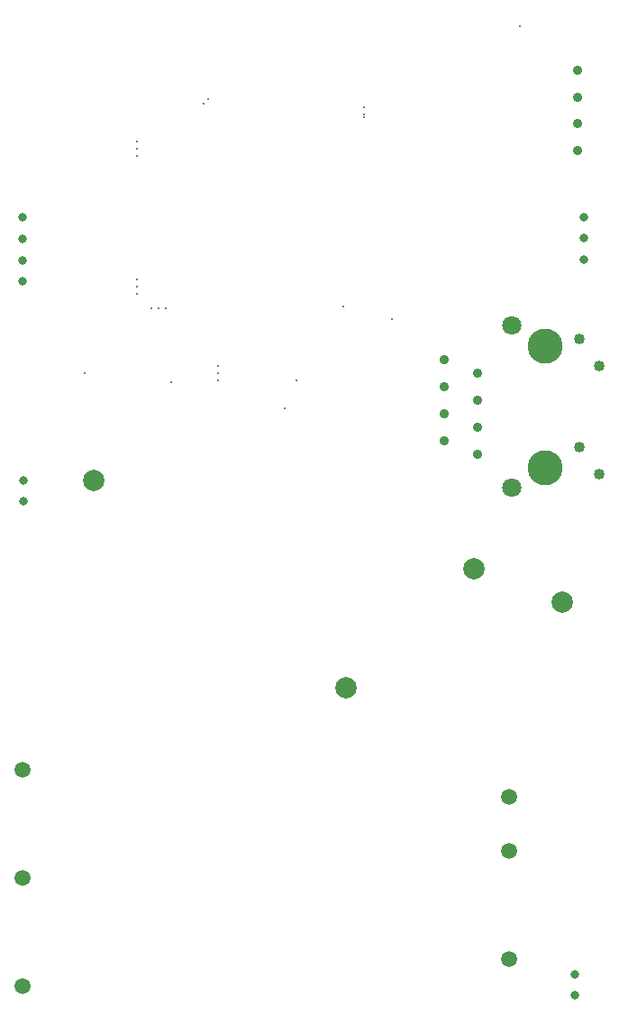
<source format=gbr>
%TF.GenerationSoftware,Altium Limited,Altium Designer,20.1.12 (249)*%
G04 Layer_Color=0*
%FSLAX45Y45*%
%MOMM*%
%TF.SameCoordinates,0418086A-757F-42B6-A3B9-695331E80F4B*%
%TF.FilePolarity,Positive*%
%TF.FileFunction,Plated,1,4,PTH,Drill*%
%TF.Part,Single*%
G01*
G75*
%TA.AperFunction,ComponentDrill*%
%ADD128C,0.80000*%
%ADD129C,1.80000*%
%ADD130C,0.90000*%
%ADD131C,3.30000*%
%ADD132C,1.02000*%
%ADD133C,1.50000*%
%TA.AperFunction,ViaDrill,NotFilled*%
%ADD134C,0.30000*%
%ADD135C,0.20000*%
%ADD136C,2.00000*%
D128*
X412501Y7504999D02*
D03*
Y7704999D02*
D03*
Y7304999D02*
D03*
Y7105000D02*
D03*
X5599999Y599999D02*
D03*
Y399999D02*
D03*
X5685003Y7712502D02*
D03*
Y7312497D02*
D03*
Y7512502D02*
D03*
X419999Y5040000D02*
D03*
Y5240000D02*
D03*
D129*
X5005309Y6689400D02*
D03*
Y5165400D02*
D03*
D130*
X4687809Y5736900D02*
D03*
X4370309Y6117900D02*
D03*
X5627502Y8585002D02*
D03*
Y8834999D02*
D03*
Y9085001D02*
D03*
Y8335000D02*
D03*
X4370309Y6371900D02*
D03*
X4687809Y5482900D02*
D03*
Y6244900D02*
D03*
X4370309Y5609900D02*
D03*
Y5863900D02*
D03*
X4687809Y5990900D02*
D03*
D131*
X5322809Y5355900D02*
D03*
Y6498900D02*
D03*
D132*
X5640309Y5546400D02*
D03*
Y6562400D02*
D03*
X5830809Y5292400D02*
D03*
Y6308400D02*
D03*
D133*
X414000Y2516002D02*
D03*
Y484002D02*
D03*
Y1500002D02*
D03*
X4986000Y738002D02*
D03*
Y2262002D02*
D03*
Y1754002D02*
D03*
D134*
X5087620Y9507220D02*
D03*
X999998Y6239998D02*
D03*
X1490000Y8350001D02*
D03*
Y8417499D02*
D03*
X2157486Y8819987D02*
D03*
X3619998Y8647501D02*
D03*
X2252502Y6174999D02*
D03*
Y6310000D02*
D03*
Y6242502D02*
D03*
X1760002Y6857502D02*
D03*
X3430001Y6869999D02*
D03*
X1490000Y7127499D02*
D03*
Y7060001D02*
D03*
Y6992498D02*
D03*
Y8282498D02*
D03*
X3880002Y6749999D02*
D03*
X1625001Y6857502D02*
D03*
X1692499D02*
D03*
X3619998Y8745002D02*
D03*
Y8677499D02*
D03*
X2117501Y8777498D02*
D03*
X1805000Y6159998D02*
D03*
D135*
X2990002Y6179998D02*
D03*
X2879999Y5910001D02*
D03*
D136*
X1083884Y5238181D02*
D03*
X4653879Y4408180D02*
D03*
X3450001Y3290001D02*
D03*
X5480497Y4092986D02*
D03*
%TF.MD5,7ea7028bb3d2c7f9b42b9c869e0f2af9*%
M02*

</source>
